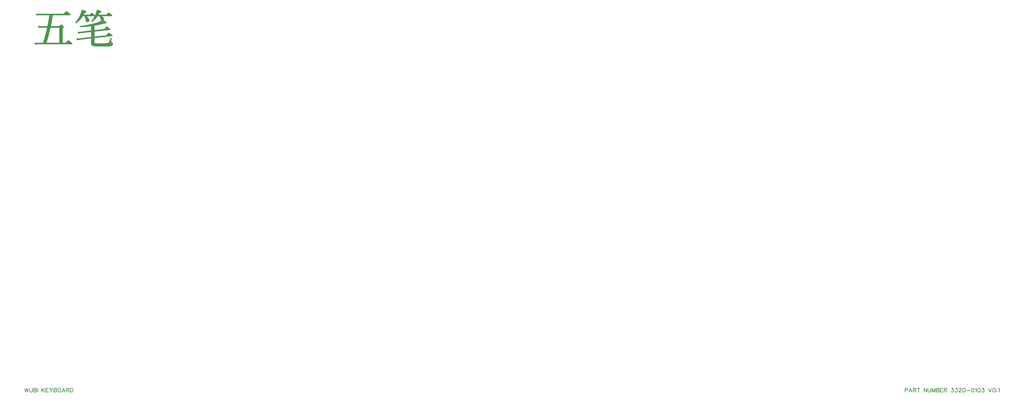
<source format=gto>
G04 Layer: TopSilkscreenLayer*
G04 EasyEDA v6.5.34, 2023-08-10 18:14:54*
G04 20bccd1edbbc44acb32006424f2ee6ce,5a6b42c53f6a479593ecc07194224c93,10*
G04 Gerber Generator version 0.2*
G04 Scale: 100 percent, Rotated: No, Reflected: No *
G04 Dimensions in millimeters *
G04 leading zeros omitted , absolute positions ,4 integer and 5 decimal *
%FSLAX45Y45*%
%MOMM*%

%ADD10C,0.1524*%

%LPD*%
G36*
X2059635Y10581589D02*
G01*
X2057400Y10579100D01*
X2055571Y10575899D01*
X2052980Y10566450D01*
X2050643Y10560862D01*
X2047697Y10555071D01*
X2045309Y10529976D01*
X2043125Y10527538D01*
X2042160Y10525861D01*
X2041093Y10523067D01*
X2037334Y10507675D01*
X2036114Y10504474D01*
X2033778Y10500309D01*
X2032711Y10497769D01*
X2030780Y10489285D01*
X2029917Y10486288D01*
X2028799Y10483443D01*
X2026310Y10478922D01*
X2024227Y10472877D01*
X2023110Y10466730D01*
X2022246Y10463885D01*
X2021128Y10461447D01*
X2018639Y10457738D01*
X2016556Y10453166D01*
X2015388Y10448696D01*
X2014474Y10446308D01*
X2013356Y10444124D01*
X2010968Y10440568D01*
X2009851Y10438282D01*
X2008936Y10435793D01*
X2007768Y10431018D01*
X2006955Y10428681D01*
X2005990Y10426649D01*
X2003806Y10423550D01*
X2001520Y10418521D01*
X1999792Y10412882D01*
X1997811Y10408158D01*
X1995982Y10405516D01*
X1993849Y10401300D01*
X1991969Y10396524D01*
X1989632Y10392105D01*
X1987550Y10389362D01*
X1985772Y10386263D01*
X1984552Y10383266D01*
X1982470Y10379659D01*
X1980031Y10376306D01*
X1978863Y10374223D01*
X1976882Y10368178D01*
X1974850Y10364368D01*
X1972360Y10361472D01*
X1971192Y10359745D01*
X1970278Y10357815D01*
X1969160Y10354259D01*
X1968296Y10352278D01*
X1967179Y10350398D01*
X1964740Y10347248D01*
X1962404Y10343184D01*
X1960829Y10339374D01*
X1958695Y10336123D01*
X1956562Y10334193D01*
X1955190Y10332313D01*
X1954682Y10330434D01*
X1952599Y10327335D01*
X1949551Y10323779D01*
X1948129Y10321747D01*
X1947062Y10319715D01*
X1945944Y10316362D01*
X1945030Y10314736D01*
X1943912Y10313314D01*
X1941474Y10311282D01*
X1939848Y10309301D01*
X1939239Y10307320D01*
X1936851Y10303510D01*
X1933346Y10299039D01*
X1930958Y10295128D01*
X1930298Y10292943D01*
X1928418Y10289997D01*
X1921052Y10281462D01*
X1907235Y10263479D01*
X1899666Y10254183D01*
X1889455Y10242702D01*
X1886051Y10238587D01*
X1882952Y10234015D01*
X1880514Y10229545D01*
X1879142Y10225786D01*
X1878177Y10221620D01*
X1888642Y10208768D01*
X1901139Y10208768D01*
X1905304Y10213035D01*
X1908352Y10215118D01*
X1911756Y10216692D01*
X1913026Y10218521D01*
X1915922Y10221010D01*
X1921611Y10224770D01*
X1924659Y10227056D01*
X1932533Y10234218D01*
X1936089Y10237114D01*
X1940407Y10239400D01*
X1942998Y10241534D01*
X1944928Y10244074D01*
X1946910Y10245750D01*
X1948738Y10246309D01*
X1951989Y10248392D01*
X1966264Y10261092D01*
X1974951Y10269169D01*
X1996744Y10290098D01*
X1999742Y10292638D01*
X2001875Y10293807D01*
X2003348Y10295432D01*
X2004822Y10297922D01*
X2005939Y10299242D01*
X2008479Y10301122D01*
X2009698Y10301782D01*
X2010664Y10302646D01*
X2011324Y10303560D01*
X2011883Y10305338D01*
X2013915Y10307777D01*
X2016912Y10310164D01*
X2018995Y10312450D01*
X2019554Y10314127D01*
X2021433Y10316718D01*
X2024583Y10319969D01*
X2029206Y10325303D01*
X2036165Y10333990D01*
X2042668Y10341051D01*
X2043430Y10342118D01*
X2043988Y10343591D01*
X2046071Y10346334D01*
X2051862Y10352481D01*
X2056485Y10358069D01*
X2058771Y10361980D01*
X2061616Y10365943D01*
X2064613Y10369651D01*
X2066543Y10372953D01*
X2067052Y10375036D01*
X2068677Y10377373D01*
X2071166Y10379710D01*
X2073656Y10383062D01*
X2075942Y10387533D01*
X2077770Y10389108D01*
X2079752Y10392105D01*
X2083612Y10399928D01*
X2087575Y10400741D01*
X2095957Y10401350D01*
X2108606Y10401503D01*
X2120747Y10401147D01*
X2125167Y10400792D01*
X2127605Y10400334D01*
X2129028Y10399572D01*
X2130145Y10398455D01*
X2131009Y10396982D01*
X2132076Y10393375D01*
X2134158Y10389717D01*
X2136749Y10386771D01*
X2137918Y10384790D01*
X2138883Y10382605D01*
X2140102Y10378338D01*
X2140966Y10376052D01*
X2144471Y10370210D01*
X2145639Y10367467D01*
X2146706Y10364216D01*
X2148230Y10357408D01*
X2150364Y10351262D01*
X2151430Y10349230D01*
X2154021Y10345623D01*
X2155444Y10329672D01*
X2156307Y10324846D01*
X2157425Y10320426D01*
X2158695Y10316718D01*
X2161590Y10309656D01*
X2163216Y10281615D01*
X2167585Y10272064D01*
X2169668Y10265613D01*
X2170887Y10260380D01*
X2171801Y10258094D01*
X2172919Y10256164D01*
X2176475Y10252303D01*
X2177135Y10251186D01*
X2177592Y10249560D01*
X2179116Y10247884D01*
X2181656Y10246360D01*
X2185009Y10243870D01*
X2190038Y10239298D01*
X2206650Y10238435D01*
X2217420Y10238587D01*
X2230424Y10239857D01*
X2234488Y10244124D01*
X2236825Y10245750D01*
X2237638Y10246004D01*
X2240788Y10247985D01*
X2245563Y10252456D01*
X2249982Y10257332D01*
X2251913Y10260533D01*
X2252675Y10262666D01*
X2256891Y10268915D01*
X2258263Y10274147D01*
X2258872Y10283190D01*
X2258974Y10321442D01*
X2254199Y10328757D01*
X2252929Y10331348D01*
X2251964Y10333939D01*
X2250795Y10338206D01*
X2249881Y10340441D01*
X2247392Y10344251D01*
X2245156Y10347147D01*
X2244445Y10348417D01*
X2243836Y10350398D01*
X2241448Y10353802D01*
X2237943Y10357815D01*
X2235555Y10361320D01*
X2234946Y10363301D01*
X2234285Y10364165D01*
X2229713Y10367314D01*
X2229053Y10368229D01*
X2228494Y10369854D01*
X2227681Y10370921D01*
X2223414Y10374020D01*
X2220671Y10376763D01*
X2219248Y10379202D01*
X2217724Y10380726D01*
X2216048Y10381335D01*
X2212797Y10383723D01*
X2205736Y10390530D01*
X2202180Y10393629D01*
X2199284Y10395559D01*
X2194864Y10397591D01*
X2193340Y10398506D01*
X2193137Y10398861D01*
X2193340Y10399217D01*
X2195423Y10399776D01*
X2200046Y10400233D01*
X2219147Y10400842D01*
X2373884Y10402265D01*
X2397709Y10402722D01*
X2400350Y10403433D01*
X2400808Y10399776D01*
X2400808Y10398048D01*
X2400401Y10396321D01*
X2399690Y10394746D01*
X2397404Y10391800D01*
X2394915Y10387228D01*
X2392984Y10382402D01*
X2390597Y10377982D01*
X2388463Y10375188D01*
X2386685Y10371734D01*
X2385466Y10368229D01*
X2383028Y10363911D01*
X2378964Y10358272D01*
X2378151Y10356545D01*
X2377694Y10354208D01*
X2376322Y10351922D01*
X2374188Y10349941D01*
X2371699Y10346334D01*
X2369616Y10342016D01*
X2366873Y10337393D01*
X2364333Y10334040D01*
X2362708Y10331399D01*
X2362149Y10329722D01*
X2360066Y10326674D01*
X2357069Y10322966D01*
X2355850Y10321036D01*
X2355037Y10319308D01*
X2354478Y10316819D01*
X2352751Y10314381D01*
X2350262Y10312400D01*
X2348585Y10310317D01*
X2348026Y10308437D01*
X2345944Y10305338D01*
X2342946Y10301986D01*
X2340914Y10299242D01*
X2340254Y10297718D01*
X2337968Y10294569D01*
X2334514Y10290505D01*
X2331720Y10286390D01*
X2330551Y10283748D01*
X2329840Y10282834D01*
X2329027Y10282224D01*
X2327402Y10281716D01*
X2326487Y10280904D01*
X2325674Y10279684D01*
X2324252Y10276636D01*
X2323236Y10275011D01*
X2322017Y10273588D01*
X2319528Y10271353D01*
X2318258Y10269575D01*
X2317140Y10267391D01*
X2316276Y10265054D01*
X2314752Y10259517D01*
X2316022Y10253878D01*
X2317343Y10249509D01*
X2319477Y10247122D01*
X2323439Y10246258D01*
X2330145Y10246309D01*
X2339594Y10246715D01*
X2343607Y10251592D01*
X2345893Y10253472D01*
X2347518Y10254030D01*
X2349804Y10256012D01*
X2352344Y10259009D01*
X2353868Y10260380D01*
X2355443Y10261396D01*
X2358034Y10262412D01*
X2359660Y10263479D01*
X2360320Y10264749D01*
X2363216Y10267238D01*
X2369159Y10271150D01*
X2372410Y10273639D01*
X2380538Y10281310D01*
X2384247Y10284510D01*
X2385720Y10285476D01*
X2387396Y10286085D01*
X2388920Y10287711D01*
X2390394Y10290251D01*
X2392730Y10292588D01*
X2395169Y10294061D01*
X2397150Y10296093D01*
X2398268Y10298226D01*
X2400300Y10300258D01*
X2402840Y10301782D01*
X2404922Y10303916D01*
X2405938Y10306100D01*
X2407259Y10307472D01*
X2408885Y10308031D01*
X2411831Y10310266D01*
X2419959Y10318445D01*
X2436774Y10336733D01*
X2457551Y10360863D01*
X2459786Y10364216D01*
X2460396Y10365943D01*
X2462072Y10367924D01*
X2464612Y10369854D01*
X2466746Y10372445D01*
X2467914Y10374985D01*
X2470200Y10378236D01*
X2474722Y10383316D01*
X2478227Y10387838D01*
X2481376Y10392511D01*
X2483713Y10396474D01*
X2485796Y10399014D01*
X2489962Y10400487D01*
X2497988Y10401147D01*
X2531719Y10401503D01*
X2537409Y10395915D01*
X2540558Y10391902D01*
X2542540Y10388650D01*
X2544521Y10386263D01*
X2546146Y10385145D01*
X2547620Y10382859D01*
X2548636Y10379760D01*
X2550515Y10376357D01*
X2552700Y10373410D01*
X2554986Y10368381D01*
X2556764Y10362692D01*
X2557830Y10359948D01*
X2558999Y10357662D01*
X2561234Y10354259D01*
X2562250Y10351516D01*
X2563164Y10348010D01*
X2564638Y10340086D01*
X2565501Y10336580D01*
X2566466Y10333837D01*
X2568346Y10330484D01*
X2570276Y10323830D01*
X2571953Y10315041D01*
X2573020Y10311180D01*
X2574188Y10308082D01*
X2576576Y10304272D01*
X2578506Y10300360D01*
X2579624Y10296956D01*
X2580538Y10295280D01*
X2581706Y10293807D01*
X2585161Y10290759D01*
X2585821Y10289692D01*
X2586380Y10287965D01*
X2587193Y10287050D01*
X2589936Y10285476D01*
X2592679Y10284206D01*
X2593594Y10283139D01*
X2592781Y10282224D01*
X2588463Y10280853D01*
X2584958Y10279024D01*
X2582011Y10276738D01*
X2577287Y10274350D01*
X2572258Y10272572D01*
X2567736Y10270337D01*
X2564739Y10268254D01*
X2562707Y10267289D01*
X2560370Y10266476D01*
X2555595Y10265359D01*
X2553258Y10264495D01*
X2551226Y10263479D01*
X2548280Y10261295D01*
X2546197Y10260177D01*
X2543759Y10259263D01*
X2538628Y10257993D01*
X2533091Y10255758D01*
X2528722Y10253218D01*
X2523540Y10251135D01*
X2518816Y10249966D01*
X2513685Y10247934D01*
X2509266Y10245496D01*
X2506472Y10244328D01*
X2503474Y10243413D01*
X2497785Y10242245D01*
X2494737Y10241330D01*
X2491943Y10240213D01*
X2487422Y10237774D01*
X2484628Y10236606D01*
X2481630Y10235692D01*
X2475839Y10234574D01*
X2469692Y10232542D01*
X2464612Y10230104D01*
X2461310Y10228986D01*
X2457754Y10228072D01*
X2450795Y10226954D01*
X2447493Y10226090D01*
X2444546Y10224922D01*
X2439670Y10222230D01*
X2436672Y10221112D01*
X2433218Y10220299D01*
X2425547Y10219182D01*
X2421686Y10218267D01*
X2418080Y10217150D01*
X2412136Y10214660D01*
X2408478Y10213543D01*
X2400350Y10212070D01*
X2396185Y10211511D01*
X2392375Y10210647D01*
X2389022Y10209530D01*
X2383434Y10206888D01*
X2380132Y10205821D01*
X2376373Y10205008D01*
X2368194Y10203891D01*
X2364028Y10203027D01*
X2360066Y10201808D01*
X2353614Y10199166D01*
X2347671Y10197439D01*
X2339136Y10196728D01*
X2332583Y10195661D01*
X2327046Y10194188D01*
X2323744Y10192562D01*
X2321407Y10190429D01*
X2296261Y10188041D01*
X2283409Y10181945D01*
X2260244Y10180320D01*
X2253589Y10177170D01*
X2250541Y10175951D01*
X2247239Y10174935D01*
X2244090Y10174274D01*
X2233828Y10173563D01*
X2225954Y10172496D01*
X2218893Y10170922D01*
X2213762Y10169042D01*
X2208834Y10166604D01*
X2190953Y10165334D01*
X2181352Y10163810D01*
X2178253Y10162997D01*
X2172157Y10160914D01*
X2166213Y10159492D01*
X2158949Y10158425D01*
X2142337Y10156850D01*
X2136597Y10155986D01*
X2131974Y10154920D01*
X2128520Y10153751D01*
X2122728Y10151211D01*
X2098497Y10149738D01*
X2091436Y10148824D01*
X2085289Y10147452D01*
X2078380Y10145268D01*
X2074875Y10144404D01*
X2063242Y10142778D01*
X2040483Y10141204D01*
X2035962Y10138867D01*
X2033320Y10137902D01*
X2029460Y10136936D01*
X2024786Y10136073D01*
X2008378Y10134346D01*
X2001266Y10126472D01*
X2001266Y10120630D01*
X2001621Y10115854D01*
X2002688Y10112502D01*
X2004720Y10110216D01*
X2007870Y10108641D01*
X2010308Y10108133D01*
X2019604Y10107523D01*
X2033371Y10107320D01*
X2049983Y10107472D01*
X2067814Y10108031D01*
X2085187Y10108844D01*
X2100427Y10109860D01*
X2111857Y10111130D01*
X2118207Y10112248D01*
X2126234Y10113111D01*
X2138019Y10113924D01*
X2192985Y10116362D01*
X2199640Y10116870D01*
X2205177Y10117531D01*
X2214778Y10119410D01*
X2219756Y10120731D01*
X2227783Y10122052D01*
X2232609Y10122509D01*
X2243937Y10122763D01*
X2258517Y10123525D01*
X2272284Y10124897D01*
X2282342Y10126472D01*
X2287727Y10128097D01*
X2295144Y10129570D01*
X2308504Y10130739D01*
X2307844Y10012781D01*
X2257704Y10009835D01*
X2246122Y10005517D01*
X2213254Y10003790D01*
X2200859Y10002875D01*
X2190953Y10001554D01*
X2175459Y9998252D01*
X2165400Y9997084D01*
X2130552Y9995001D01*
X2123186Y9994188D01*
X2118258Y9993376D01*
X2108403Y9991242D01*
X2098903Y9989820D01*
X2087473Y9988753D01*
X2047951Y9986619D01*
X2037892Y9982047D01*
X1951532Y9980625D01*
X1949602Y9978999D01*
X1947164Y9974884D01*
X1946554Y9969042D01*
X1947672Y9962845D01*
X1950516Y9957663D01*
X1951736Y9955834D01*
X1952853Y9953498D01*
X1953768Y9950907D01*
X1954885Y9945674D01*
X1955749Y9943338D01*
X1956917Y9941356D01*
X1959508Y9938664D01*
X1961184Y9936327D01*
X1961692Y9934651D01*
X1963369Y9932670D01*
X1967687Y9929672D01*
X1973884Y9930536D01*
X1979777Y9932009D01*
X1982724Y9933127D01*
X1990343Y9937242D01*
X2006955Y9938715D01*
X2012188Y9939528D01*
X2020570Y9941560D01*
X2027631Y9944100D01*
X2073554Y9946894D01*
X2083257Y9947960D01*
X2089505Y9949230D01*
X2095652Y9950856D01*
X2101850Y9951669D01*
X2110130Y9952431D01*
X2145182Y9954514D01*
X2154834Y9955580D01*
X2160981Y9956952D01*
X2167737Y9959695D01*
X2202281Y9961372D01*
X2215184Y9962286D01*
X2225344Y9963556D01*
X2235301Y9965537D01*
X2240991Y9966909D01*
X2244750Y9967468D01*
X2259482Y9968534D01*
X2277973Y9969449D01*
X2294229Y9970770D01*
X2299106Y9971481D01*
X2307082Y9973106D01*
X2307793Y9971278D01*
X2308250Y9956800D01*
X2308453Y9924491D01*
X2308301Y9877348D01*
X2307894Y9848799D01*
X2307488Y9840518D01*
X2304592Y9838334D01*
X2299157Y9836708D01*
X2290419Y9835540D01*
X2253183Y9833203D01*
X2243531Y9832136D01*
X2237435Y9830816D01*
X2235200Y9830003D01*
X2231898Y9829139D01*
X2226411Y9828276D01*
X2218893Y9827564D01*
X2184654Y9825431D01*
X2175002Y9824262D01*
X2171344Y9823602D01*
X2161438Y9820706D01*
X2157272Y9819944D01*
X2152599Y9819487D01*
X2140508Y9819182D01*
X2126030Y9818420D01*
X2112924Y9817150D01*
X2103374Y9815576D01*
X2100630Y9814763D01*
X2095754Y9812629D01*
X2062683Y9811004D01*
X2049830Y9809988D01*
X2039620Y9808616D01*
X2030120Y9806635D01*
X2025040Y9805314D01*
X2019350Y9804704D01*
X1990801Y9803536D01*
X1920951Y9802266D01*
X1918309Y9799980D01*
X1916379Y9796932D01*
X1913788Y9790938D01*
X1916125Y9779762D01*
X1917242Y9776561D01*
X1918563Y9773818D01*
X1921052Y9770262D01*
X1922627Y9767417D01*
X1923389Y9762540D01*
X1924710Y9758832D01*
X1926539Y9755835D01*
X1928723Y9754006D01*
X1936546Y9752584D01*
X1947316Y9752838D01*
X1957679Y9754514D01*
X1964232Y9757206D01*
X1966569Y9759289D01*
X2007362Y9762540D01*
X2016048Y9767112D01*
X2049729Y9768636D01*
X2062175Y9769500D01*
X2072030Y9770821D01*
X2087372Y9774377D01*
X2093671Y9775240D01*
X2116328Y9776104D01*
X2130856Y9777222D01*
X2143201Y9778746D01*
X2147620Y9779609D01*
X2153767Y9781336D01*
X2159355Y9782149D01*
X2167229Y9782860D01*
X2201875Y9784892D01*
X2211425Y9785959D01*
X2217521Y9787280D01*
X2219756Y9788144D01*
X2223109Y9789007D01*
X2228697Y9789820D01*
X2246122Y9791141D01*
X2264308Y9792157D01*
X2276500Y9793173D01*
X2284222Y9794290D01*
X2286965Y9794951D01*
X2291435Y9796526D01*
X2297785Y9797897D01*
X2308453Y9799167D01*
X2308707Y9683546D01*
X2309063Y9665106D01*
X2309723Y9653320D01*
X2310180Y9649307D01*
X2310790Y9646310D01*
X2311501Y9644024D01*
X2312365Y9642246D01*
X2314498Y9639046D01*
X2315972Y9635744D01*
X2316530Y9633051D01*
X2318867Y9628936D01*
X2322372Y9624415D01*
X2325116Y9620453D01*
X2325776Y9619132D01*
X2327351Y9617100D01*
X2330805Y9614306D01*
X2335885Y9610852D01*
X2343912Y9606026D01*
X2350312Y9601250D01*
X2352446Y9600234D01*
X2354884Y9599371D01*
X2359964Y9598253D01*
X2365756Y9596221D01*
X2373376Y9592056D01*
X2392527Y9590125D01*
X2402433Y9588246D01*
X2405481Y9587280D01*
X2410663Y9585096D01*
X2447391Y9583470D01*
X2490876Y9582353D01*
X2572512Y9581591D01*
X2667355Y9581946D01*
X2720949Y9582759D01*
X2765450Y9584029D01*
X2796387Y9585198D01*
X2801467Y9587331D01*
X2804718Y9588296D01*
X2809697Y9589262D01*
X2815945Y9590074D01*
X2834132Y9591598D01*
X2840786Y9592462D01*
X2844596Y9593580D01*
X2848508Y9596018D01*
X2853639Y9597694D01*
X2860040Y9599168D01*
X2863443Y9600234D01*
X2866491Y9601504D01*
X2870860Y9604044D01*
X2875178Y9606127D01*
X2878480Y9607245D01*
X2881579Y9609175D01*
X2883814Y9611512D01*
X2886354Y9613696D01*
X2888589Y9615220D01*
X2890621Y9617405D01*
X2891993Y9619691D01*
X2892958Y9620859D01*
X2896616Y9623450D01*
X2897733Y9625025D01*
X2898749Y9627209D01*
X2900375Y9632594D01*
X2902356Y9637166D01*
X2903321Y9638588D01*
X2905455Y9640976D01*
X2905455Y9663277D01*
X2901543Y9668510D01*
X2899562Y9672472D01*
X2898444Y9675926D01*
X2897632Y9677349D01*
X2896514Y9678517D01*
X2894025Y9679889D01*
X2891332Y9682276D01*
X2888081Y9686950D01*
X2880766Y9688271D01*
X2877210Y9689795D01*
X2872790Y9693910D01*
X2868218Y9696907D01*
X2863697Y9713722D01*
X2863799Y9738918D01*
X2864612Y9763201D01*
X2866745Y9804908D01*
X2855722Y9818370D01*
X2851200Y9817608D01*
X2847441Y9816541D01*
X2844444Y9814712D01*
X2842158Y9811969D01*
X2839872Y9806584D01*
X2838602Y9804247D01*
X2836773Y9802876D01*
X2835452Y9800031D01*
X2834284Y9795865D01*
X2832862Y9787788D01*
X2831947Y9784638D01*
X2830779Y9781794D01*
X2828290Y9777171D01*
X2827121Y9774377D01*
X2826207Y9771380D01*
X2825089Y9765690D01*
X2824226Y9762693D01*
X2823057Y9759899D01*
X2820619Y9755479D01*
X2819450Y9752888D01*
X2818536Y9750196D01*
X2817469Y9745370D01*
X2815691Y9740950D01*
X2813558Y9737801D01*
X2811221Y9732772D01*
X2809341Y9727184D01*
X2808224Y9724593D01*
X2807004Y9722459D01*
X2804871Y9719919D01*
X2803144Y9716820D01*
X2802077Y9713569D01*
X2801010Y9711486D01*
X2795422Y9704070D01*
X2792628Y9699345D01*
X2788513Y9695180D01*
X2783332Y9690658D01*
X2776626Y9685883D01*
X2774086Y9683699D01*
X2773172Y9682429D01*
X2769209Y9680702D01*
X2763316Y9678822D01*
X2758338Y9676841D01*
X2754426Y9674453D01*
X2749651Y9673386D01*
X2740710Y9672472D01*
X2709976Y9670389D01*
X2690571Y9668510D01*
X2671572Y9665970D01*
X2492908Y9665766D01*
X2473248Y9668306D01*
X2434031Y9672472D01*
X2426766Y9673437D01*
X2422245Y9674352D01*
X2420569Y9675215D01*
X2420010Y9675977D01*
X2417216Y9678111D01*
X2413304Y9680295D01*
X2409444Y9683089D01*
X2405481Y9687255D01*
X2404719Y9805416D01*
X2406243Y9807244D01*
X2407107Y9807956D01*
X2409901Y9808921D01*
X2413304Y9809226D01*
X2417876Y9810343D01*
X2424785Y9813188D01*
X2456230Y9814814D01*
X2469743Y9815779D01*
X2480106Y9817049D01*
X2488742Y9818725D01*
X2492908Y9819792D01*
X2497124Y9820554D01*
X2512212Y9821926D01*
X2528112Y9822738D01*
X2539441Y9823551D01*
X2548890Y9824821D01*
X2566365Y9828733D01*
X2574290Y9829495D01*
X2585313Y9829749D01*
X2599893Y9830562D01*
X2613761Y9832035D01*
X2624836Y9833813D01*
X2632608Y9835845D01*
X2637028Y9836658D01*
X2641701Y9837166D01*
X2653741Y9837521D01*
X2668828Y9838283D01*
X2682392Y9839553D01*
X2687878Y9840264D01*
X2692146Y9841077D01*
X2694889Y9841890D01*
X2699816Y9844024D01*
X2731414Y9845598D01*
X2745943Y9846564D01*
X2755290Y9847630D01*
X2761183Y9848951D01*
X2766771Y9850678D01*
X2772257Y9851491D01*
X2779928Y9852202D01*
X2813862Y9854285D01*
X2823565Y9855352D01*
X2831134Y9856927D01*
X2839567Y9859060D01*
X2844647Y9859873D01*
X2850134Y9860330D01*
X2866694Y9860889D01*
X2874518Y9861804D01*
X2880055Y9863429D01*
X2884068Y9865918D01*
X2887370Y9868408D01*
X2889707Y9869779D01*
X2891332Y9870338D01*
X2891332Y9888677D01*
X2882036Y9897872D01*
X2876042Y9902494D01*
X2871774Y9904780D01*
X2870250Y9905796D01*
X2869234Y9906812D01*
X2868574Y9908438D01*
X2867863Y9909251D01*
X2861767Y9912705D01*
X2855823Y9917277D01*
X2852420Y9919309D01*
X2850184Y9919868D01*
X2846730Y9921951D01*
X2843072Y9924948D01*
X2839974Y9926980D01*
X2838297Y9927539D01*
X2835960Y9929215D01*
X2833319Y9931755D01*
X2829814Y9933889D01*
X2826512Y9935057D01*
X2823006Y9937089D01*
X2820060Y9939629D01*
X2815742Y9941966D01*
X2811424Y9943439D01*
X2808274Y9945116D01*
X2807614Y9945928D01*
X2803652Y9948570D01*
X2795676Y9950500D01*
X2786126Y9951313D01*
X2777591Y9950602D01*
X2771800Y9949332D01*
X2760726Y9937038D01*
X2756408Y9931603D01*
X2755493Y9929622D01*
X2753766Y9927691D01*
X2751277Y9925812D01*
X2749550Y9923729D01*
X2748940Y9921798D01*
X2746552Y9917938D01*
X2743047Y9913518D01*
X2740660Y9909759D01*
X2739999Y9907778D01*
X2737967Y9904780D01*
X2734970Y9901377D01*
X2732887Y9898481D01*
X2732278Y9896703D01*
X2729941Y9893706D01*
X2723845Y9887864D01*
X2708300Y9886543D01*
X2698242Y9884714D01*
X2690063Y9882479D01*
X2685542Y9881666D01*
X2680716Y9881209D01*
X2669184Y9880904D01*
X2655773Y9880142D01*
X2643276Y9878822D01*
X2634030Y9877247D01*
X2631338Y9876383D01*
X2626563Y9874351D01*
X2595727Y9872726D01*
X2582265Y9871811D01*
X2573578Y9870795D01*
X2567838Y9869424D01*
X2562199Y9867646D01*
X2556662Y9866833D01*
X2549144Y9866122D01*
X2515870Y9864039D01*
X2506726Y9863023D01*
X2503474Y9862413D01*
X2495346Y9859975D01*
X2489708Y9859111D01*
X2456688Y9856825D01*
X2445867Y9855809D01*
X2437180Y9854336D01*
X2424633Y9851390D01*
X2420518Y9850780D01*
X2412949Y9850424D01*
X2405481Y9850831D01*
X2405126Y9925151D01*
X2405278Y9968484D01*
X2405837Y9982758D01*
X2407564Y9983266D01*
X2417114Y9984486D01*
X2430983Y9985705D01*
X2437384Y9986568D01*
X2442413Y9987483D01*
X2445613Y9988397D01*
X2450490Y9990480D01*
X2485034Y9992410D01*
X2502509Y9994087D01*
X2522270Y9997795D01*
X2532278Y9999014D01*
X2545130Y9999929D01*
X2576423Y10001554D01*
X2586736Y10005974D01*
X2618892Y10007600D01*
X2631389Y10008616D01*
X2641447Y10009936D01*
X2658922Y10013797D01*
X2666847Y10014559D01*
X2677668Y10014762D01*
X2692095Y10015626D01*
X2705608Y10016947D01*
X2715564Y10018572D01*
X2718308Y10019385D01*
X2722981Y10021366D01*
X2754325Y10022992D01*
X2767330Y10023957D01*
X2777236Y10025227D01*
X2785922Y10027005D01*
X2793949Y10028936D01*
X2803194Y10029952D01*
X2816656Y10030460D01*
X2823108Y10031526D01*
X2827985Y10033558D01*
X2832100Y10036810D01*
X2836722Y10041280D01*
X2836722Y10054742D01*
X2830118Y10062616D01*
X2828239Y10064445D01*
X2826664Y10065664D01*
X2824784Y10066324D01*
X2823057Y10068052D01*
X2821635Y10070541D01*
X2819908Y10072268D01*
X2818180Y10072776D01*
X2815742Y10074351D01*
X2813050Y10076891D01*
X2809138Y10079736D01*
X2805125Y10082022D01*
X2800807Y10084816D01*
X2797454Y10087356D01*
X2794558Y10088981D01*
X2792831Y10089438D01*
X2791155Y10090708D01*
X2789529Y10092842D01*
X2785719Y10095331D01*
X2780944Y10097414D01*
X2778810Y10098633D01*
X2777185Y10099852D01*
X2775508Y10101834D01*
X2774289Y10102748D01*
X2772867Y10103459D01*
X2769666Y10104526D01*
X2766161Y10106609D01*
X2763316Y10109149D01*
X2761538Y10110317D01*
X2759608Y10111232D01*
X2756052Y10112400D01*
X2754122Y10113264D01*
X2747721Y10117683D01*
X2743301Y10119156D01*
X2738120Y10119969D01*
X2732735Y10120172D01*
X2727502Y10119766D01*
X2722981Y10118750D01*
X2719578Y10117124D01*
X2717292Y10113975D01*
X2715310Y10112044D01*
X2712821Y10110622D01*
X2710738Y10108488D01*
X2709621Y10106253D01*
X2707487Y10103815D01*
X2704998Y10101884D01*
X2703271Y10099802D01*
X2702712Y10097820D01*
X2700274Y10094010D01*
X2696819Y10089591D01*
X2694381Y10085933D01*
X2693822Y10084206D01*
X2692450Y10082072D01*
X2688437Y10077500D01*
X2685338Y10073284D01*
X2682392Y10068661D01*
X2677312Y10058603D01*
X2661005Y10055860D01*
X2655163Y10054386D01*
X2652928Y10053574D01*
X2649423Y10052659D01*
X2643428Y10051846D01*
X2604312Y10049002D01*
X2596388Y10048138D01*
X2591206Y10047274D01*
X2581452Y10045242D01*
X2572054Y10043820D01*
X2560980Y10042753D01*
X2523388Y10040569D01*
X2513482Y10036251D01*
X2481783Y10034676D01*
X2467559Y10033558D01*
X2457043Y10032238D01*
X2453132Y10031526D01*
X2450185Y10030714D01*
X2448052Y10029850D01*
X2445613Y10029291D01*
X2434488Y10028072D01*
X2420162Y10027158D01*
X2408986Y10026954D01*
X2406497Y10027208D01*
X2404872Y10027818D01*
X2404872Y10144556D01*
X2406446Y10145166D01*
X2410815Y10145928D01*
X2423718Y10147604D01*
X2432608Y10149586D01*
X2439060Y10151821D01*
X2443378Y10152735D01*
X2448610Y10153497D01*
X2467965Y10154767D01*
X2475280Y10157866D01*
X2479141Y10159187D01*
X2483612Y10160355D01*
X2488590Y10161219D01*
X2498902Y10162336D01*
X2503373Y10163149D01*
X2507081Y10164114D01*
X2512771Y10166400D01*
X2516733Y10167416D01*
X2521559Y10168331D01*
X2532430Y10169753D01*
X2537307Y10170668D01*
X2541320Y10171734D01*
X2547264Y10174122D01*
X2556357Y10176408D01*
X2566619Y10178084D01*
X2570835Y10178999D01*
X2573934Y10180015D01*
X2577388Y10182047D01*
X2580081Y10182961D01*
X2583535Y10183774D01*
X2595219Y10185450D01*
X2600248Y10186416D01*
X2603398Y10187533D01*
X2607056Y10189819D01*
X2612847Y10191546D01*
X2620213Y10192918D01*
X2623769Y10193883D01*
X2626817Y10195001D01*
X2631084Y10197236D01*
X2634132Y10198354D01*
X2637739Y10199268D01*
X2645918Y10200640D01*
X2649575Y10201554D01*
X2652572Y10202672D01*
X2654858Y10203942D01*
X2658719Y10206736D01*
X2674112Y10207701D01*
X2681782Y10205008D01*
X2685694Y10203840D01*
X2689809Y10203027D01*
X2694127Y10202519D01*
X2698496Y10202316D01*
X2707538Y10202316D01*
X2713075Y10205872D01*
X2716428Y10207244D01*
X2718917Y10207802D01*
X2720594Y10208717D01*
X2724404Y10211816D01*
X2728772Y10216184D01*
X2728772Y10229443D01*
X2724302Y10233660D01*
X2722575Y10236047D01*
X2722321Y10236809D01*
X2720441Y10239857D01*
X2716123Y10244683D01*
X2711500Y10249204D01*
X2708554Y10251135D01*
X2707894Y10251338D01*
X2706674Y10252710D01*
X2705709Y10254843D01*
X2703779Y10257028D01*
X2701290Y10258602D01*
X2698089Y10261092D01*
X2691942Y10266578D01*
X2687116Y10270439D01*
X2682951Y10273233D01*
X2679598Y10274554D01*
X2677566Y10276179D01*
X2675534Y10278719D01*
X2674112Y10279989D01*
X2672435Y10281107D01*
X2669387Y10282428D01*
X2667355Y10283850D01*
X2666542Y10285272D01*
X2663240Y10287660D01*
X2660802Y10288981D01*
X2655671Y10292486D01*
X2653030Y10296448D01*
X2652979Y10300817D01*
X2657906Y10310266D01*
X2659583Y10317073D01*
X2660345Y10325455D01*
X2660142Y10334853D01*
X2659380Y10345978D01*
X2652725Y10358780D01*
X2650744Y10361980D01*
X2648966Y10364368D01*
X2646680Y10366248D01*
X2645410Y10367924D01*
X2645206Y10368737D01*
X2643479Y10371734D01*
X2639517Y10376255D01*
X2635199Y10380421D01*
X2630474Y10383266D01*
X2622550Y10390022D01*
X2617368Y10393832D01*
X2612948Y10396626D01*
X2608732Y10397998D01*
X2607462Y10398810D01*
X2606700Y10399776D01*
X2606903Y10400538D01*
X2697124Y10401300D01*
X2869692Y10402163D01*
X2875381Y10406024D01*
X2881376Y10412120D01*
X2884068Y10419486D01*
X2883408Y10427157D01*
X2879191Y10434116D01*
X2866847Y10446664D01*
X2858363Y10454640D01*
X2846984Y10463784D01*
X2843428Y10466222D01*
X2840786Y10467390D01*
X2837942Y10469473D01*
X2827578Y10479278D01*
X2825089Y10480954D01*
X2823260Y10481564D01*
X2819654Y10483951D01*
X2815234Y10487456D01*
X2811475Y10489844D01*
X2809595Y10490454D01*
X2808630Y10491063D01*
X2805582Y10494467D01*
X2803753Y10495737D01*
X2801569Y10496905D01*
X2796895Y10498582D01*
X2792628Y10500614D01*
X2789885Y10502442D01*
X2788056Y10503103D01*
X2785821Y10503458D01*
X2777794Y10503458D01*
X2772003Y10498734D01*
X2768854Y10496905D01*
X2766974Y10496346D01*
X2766060Y10495686D01*
X2765196Y10494670D01*
X2763824Y10492181D01*
X2762351Y10490454D01*
X2761691Y10490200D01*
X2758897Y10488218D01*
X2754274Y10483799D01*
X2749956Y10479074D01*
X2747772Y10475722D01*
X2746044Y10474350D01*
X2743555Y10473029D01*
X2741879Y10471454D01*
X2741269Y10469778D01*
X2739034Y10466832D01*
X2728569Y10455757D01*
X2716834Y10442600D01*
X2571343Y10443159D01*
X2534564Y10443616D01*
X2524404Y10444022D01*
X2518562Y10444632D01*
X2516987Y10444988D01*
X2516124Y10445394D01*
X2515920Y10445851D01*
X2516225Y10446410D01*
X2517952Y10448086D01*
X2520289Y10451947D01*
X2522372Y10456621D01*
X2524760Y10460532D01*
X2526741Y10462514D01*
X2527655Y10463885D01*
X2530398Y10470896D01*
X2531516Y10472877D01*
X2534005Y10476280D01*
X2536139Y10480192D01*
X2537358Y10483697D01*
X2539746Y10487914D01*
X2542641Y10491571D01*
X2544978Y10495178D01*
X2545537Y10496499D01*
X2546654Y10498226D01*
X2549296Y10499394D01*
X2554528Y10500207D01*
X2572054Y10501680D01*
X2580386Y10507065D01*
X2585821Y10510926D01*
X2588869Y10514533D01*
X2590241Y10519054D01*
X2590596Y10532414D01*
X2581960Y10540593D01*
X2577896Y10543692D01*
X2576017Y10544403D01*
X2573731Y10545775D01*
X2570886Y10547959D01*
X2568600Y10549178D01*
X2557576Y10553192D01*
X2555087Y10554360D01*
X2551430Y10556646D01*
X2548839Y10557662D01*
X2545842Y10558475D01*
X2539339Y10559542D01*
X2536088Y10560456D01*
X2533192Y10561574D01*
X2528265Y10564215D01*
X2525014Y10565434D01*
X2521153Y10566400D01*
X2513025Y10567720D01*
X2507589Y10569041D01*
X2506522Y10569600D01*
X2504694Y10571327D01*
X2501595Y10572699D01*
X2497328Y10573766D01*
X2488387Y10574985D01*
X2485136Y10575747D01*
X2482392Y10576712D01*
X2480310Y10577779D01*
X2476754Y10580319D01*
X2465933Y10574324D01*
X2464358Y10569854D01*
X2463292Y10564774D01*
X2462784Y10558830D01*
X2462682Y10552226D01*
X2457246Y10545318D01*
X2454859Y10528960D01*
X2453894Y10524744D01*
X2452725Y10521442D01*
X2450287Y10516971D01*
X2449118Y10514177D01*
X2448102Y10510977D01*
X2446680Y10504627D01*
X2444597Y10498886D01*
X2442413Y10495280D01*
X2441397Y10492892D01*
X2440584Y10490200D01*
X2439517Y10484764D01*
X2438603Y10481868D01*
X2437434Y10479227D01*
X2434945Y10475061D01*
X2432913Y10469626D01*
X2431796Y10464088D01*
X2430983Y10461650D01*
X2429865Y10459567D01*
X2427224Y10456418D01*
X2426106Y10454386D01*
X2425242Y10452049D01*
X2424125Y10447172D01*
X2423261Y10444683D01*
X2422144Y10442498D01*
X2419705Y10439146D01*
X2418537Y10436961D01*
X2417622Y10434523D01*
X2415540Y10425582D01*
X2413812Y10425379D01*
X2411069Y10427004D01*
X2408224Y10429798D01*
X2404364Y10436047D01*
X2400452Y10440670D01*
X2389124Y10452100D01*
X2383028Y10457738D01*
X2377440Y10462514D01*
X2373071Y10465816D01*
X2369718Y10467289D01*
X2368194Y10469016D01*
X2366873Y10471556D01*
X2365806Y10472724D01*
X2364536Y10473639D01*
X2361895Y10474706D01*
X2360726Y10475417D01*
X2359812Y10476331D01*
X2358644Y10478262D01*
X2357475Y10479430D01*
X2355900Y10480598D01*
X2352344Y10482529D01*
X2349957Y10484408D01*
X2349093Y10485831D01*
X2347823Y10486847D01*
X2338273Y10491774D01*
X2332634Y10495280D01*
X2330500Y10495991D01*
X2328062Y10496448D01*
X2319324Y10496600D01*
X2312263Y10492181D01*
X2306218Y10487660D01*
X2298649Y10480903D01*
X2290622Y10472978D01*
X2283155Y10464800D01*
X2273503Y10453217D01*
X2268524Y10446207D01*
X2267661Y10445394D01*
X2266289Y10444734D01*
X2264105Y10444226D01*
X2256485Y10443464D01*
X2242667Y10443057D01*
X2188210Y10442752D01*
X2114905Y10442651D01*
X2113483Y10444073D01*
X2112721Y10446258D01*
X2113229Y10449458D01*
X2114702Y10452658D01*
X2117902Y10456113D01*
X2118918Y10457688D01*
X2119731Y10459516D01*
X2120849Y10463479D01*
X2122881Y10467797D01*
X2125421Y10471353D01*
X2126640Y10473690D01*
X2129688Y10482834D01*
X2130399Y10484205D01*
X2131822Y10485424D01*
X2133904Y10488320D01*
X2136140Y10492282D01*
X2137410Y10493857D01*
X2138578Y10494924D01*
X2143150Y10496550D01*
X2146300Y10498175D01*
X2152243Y10499953D01*
X2159050Y10501274D01*
X2162200Y10502188D01*
X2164791Y10503204D01*
X2177745Y10512653D01*
X2180183Y10516158D01*
X2181453Y10520476D01*
X2181707Y10526217D01*
X2181606Y10533583D01*
X2175560Y10540949D01*
X2172360Y10543743D01*
X2170480Y10544403D01*
X2168093Y10546130D01*
X2165350Y10548772D01*
X2163368Y10549890D01*
X2161082Y10550804D01*
X2155952Y10551922D01*
X2153412Y10552836D01*
X2151075Y10553954D01*
X2149246Y10555173D01*
X2145741Y10558119D01*
X2134209Y10559592D01*
X2131009Y10560354D01*
X2128418Y10561370D01*
X2124608Y10563555D01*
X2121763Y10564622D01*
X2118360Y10565587D01*
X2110790Y10567009D01*
X2102764Y10569346D01*
X2096363Y10571937D01*
X2092299Y10573207D01*
X2087930Y10574223D01*
X2079904Y10575544D01*
X2076450Y10576306D01*
X2073757Y10577169D01*
X2070912Y10578795D01*
X2067052Y10580268D01*
G37*
G36*
X1636268Y10536580D02*
G01*
X1628749Y10535107D01*
X1625854Y10533278D01*
X1620926Y10528401D01*
X1619859Y10527741D01*
X1618284Y10527233D01*
X1616608Y10525506D01*
X1615084Y10522864D01*
X1612595Y10520375D01*
X1609953Y10518851D01*
X1608226Y10517530D01*
X1607312Y10515904D01*
X1602841Y10510723D01*
X1582826Y10489285D01*
X1573530Y10478617D01*
X1567688Y10471251D01*
X1566621Y10469473D01*
X1566011Y10467695D01*
X886307Y10467695D01*
X877925Y10469930D01*
X866749Y10471810D01*
X850798Y10473486D01*
X835355Y10474452D01*
X829411Y10474553D01*
X825601Y10474350D01*
X820267Y10472623D01*
X817219Y10469524D01*
X816457Y10465054D01*
X818794Y10456875D01*
X820267Y10450271D01*
X821334Y10443057D01*
X822198Y10439654D01*
X823366Y10436707D01*
X825957Y10432338D01*
X827582Y10428935D01*
X828040Y10427004D01*
X829564Y10425226D01*
X833475Y10422991D01*
X872439Y10424769D01*
X883208Y10425582D01*
X896569Y10426903D01*
X913282Y10428935D01*
X1171194Y10429951D01*
X1175156Y10426649D01*
X1174191Y10411714D01*
X1173581Y10407599D01*
X1172718Y10404195D01*
X1171752Y10401655D01*
X1169466Y10397286D01*
X1167231Y10367924D01*
X1166164Y10359390D01*
X1164793Y10352786D01*
X1162812Y10346740D01*
X1161948Y10343286D01*
X1161135Y10338155D01*
X1159967Y10324236D01*
X1159103Y10307066D01*
X1156614Y10301274D01*
X1155446Y10297668D01*
X1154328Y10292486D01*
X1153312Y10285882D01*
X1151636Y10270490D01*
X1150721Y10264394D01*
X1149756Y10259974D01*
X1148791Y10257485D01*
X1147216Y10254386D01*
X1146098Y10250220D01*
X1145133Y10243667D01*
X1143508Y10228072D01*
X1142695Y10223296D01*
X1141831Y10219690D01*
X1139291Y10213238D01*
X1137818Y10206380D01*
X1136751Y10198354D01*
X1136091Y10187686D01*
X1135430Y10184384D01*
X1134414Y10180980D01*
X1133144Y10177729D01*
X1129944Y10170820D01*
X1129131Y10157968D01*
X1128217Y10149179D01*
X1126794Y10142677D01*
X1124864Y10138257D01*
X1122375Y10135920D01*
X1117244Y10135514D01*
X1099464Y10135057D01*
X1040485Y10134600D01*
X968552Y10134955D01*
X945438Y10135463D01*
X909421Y10136581D01*
X902360Y10139222D01*
X898804Y10140289D01*
X894892Y10141153D01*
X890828Y10141661D01*
X878281Y10141915D01*
X876604Y10139934D01*
X874623Y10133736D01*
X874521Y10124287D01*
X876147Y10114635D01*
X879195Y10107625D01*
X880211Y10105999D01*
X881024Y10104120D01*
X881583Y10102088D01*
X881989Y10098379D01*
X883158Y10093858D01*
X886307Y10087356D01*
X890778Y10086441D01*
X894943Y10086035D01*
X899109Y10086390D01*
X903427Y10087610D01*
X908151Y10089743D01*
X913282Y10092436D01*
X1112164Y10093350D01*
X1113180Y10091724D01*
X1113891Y10087965D01*
X1113383Y10081920D01*
X1112012Y10075214D01*
X1108506Y10065867D01*
X1107389Y10061905D01*
X1106525Y10057434D01*
X1105357Y10047782D01*
X1104544Y10043515D01*
X1103426Y10039908D01*
X1100836Y10033863D01*
X1099769Y10030256D01*
X1098905Y10026091D01*
X1097737Y10016896D01*
X1096873Y10012426D01*
X1095756Y10008412D01*
X1093114Y10001605D01*
X1091946Y9997287D01*
X1090218Y9987330D01*
X1089558Y9982200D01*
X1088796Y9978237D01*
X1087831Y9975342D01*
X1085748Y9971684D01*
X1084732Y9968484D01*
X1083767Y9964115D01*
X1082040Y9953244D01*
X1080922Y9948164D01*
X1079754Y9943947D01*
X1077569Y9938359D01*
X1076553Y9934752D01*
X1075740Y9930638D01*
X1074623Y9921748D01*
X1073708Y9917328D01*
X1072591Y9913315D01*
X1070051Y9906711D01*
X1068933Y9902799D01*
X1068019Y9898583D01*
X1066901Y9890455D01*
X1066038Y9886442D01*
X1064971Y9882733D01*
X1062482Y9876688D01*
X1061262Y9872726D01*
X1060196Y9868255D01*
X1058773Y9859822D01*
X1057910Y9856165D01*
X1056995Y9853320D01*
X1054455Y9848697D01*
X1052982Y9844074D01*
X1051915Y9838639D01*
X1051306Y9831222D01*
X1050696Y9829038D01*
X1049832Y9826955D01*
X1048766Y9825228D01*
X1046022Y9821773D01*
X1043432Y9805263D01*
X1042466Y9801098D01*
X1041450Y9797948D01*
X1039571Y9794494D01*
X1038555Y9791598D01*
X1037590Y9787890D01*
X1035913Y9779508D01*
X1034846Y9775342D01*
X1033627Y9771735D01*
X1031290Y9766808D01*
X1030274Y9763760D01*
X1029411Y9760305D01*
X1028293Y9753498D01*
X1027480Y9750196D01*
X1026363Y9747199D01*
X1023823Y9742322D01*
X1022603Y9739020D01*
X1021638Y9735210D01*
X1020165Y9727031D01*
X1019200Y9723424D01*
X1018082Y9720427D01*
X1015746Y9716211D01*
X1014730Y9713518D01*
X1013968Y9710369D01*
X1012952Y9703562D01*
X1012190Y9700361D01*
X1011224Y9697618D01*
X1009142Y9693960D01*
X1007414Y9689846D01*
X1006556Y9686391D01*
X1103071Y9686391D01*
X1103426Y9688372D01*
X1104138Y9690303D01*
X1107084Y9694976D01*
X1108405Y9698126D01*
X1109421Y9702495D01*
X1111148Y9712909D01*
X1112062Y9716312D01*
X1113129Y9719106D01*
X1115415Y9723018D01*
X1116380Y9725710D01*
X1117142Y9729063D01*
X1118311Y9736886D01*
X1119174Y9740646D01*
X1120292Y9743998D01*
X1122883Y9749434D01*
X1124000Y9752787D01*
X1124864Y9756444D01*
X1126032Y9764014D01*
X1126947Y9767671D01*
X1128064Y9771024D01*
X1130554Y9776409D01*
X1131671Y9779762D01*
X1132586Y9783470D01*
X1133754Y9790988D01*
X1134618Y9794697D01*
X1135735Y9797999D01*
X1138275Y9803434D01*
X1139393Y9806736D01*
X1140256Y9810394D01*
X1141323Y9817709D01*
X1142085Y9821062D01*
X1143000Y9823856D01*
X1145743Y9828733D01*
X1147013Y9831933D01*
X1148029Y9836302D01*
X1149705Y9846513D01*
X1150518Y9849866D01*
X1151483Y9852507D01*
X1153363Y9855860D01*
X1154379Y9858857D01*
X1155344Y9862870D01*
X1156970Y9872065D01*
X1157935Y9876028D01*
X1158951Y9879076D01*
X1161592Y9884054D01*
X1163066Y9889286D01*
X1164132Y9895433D01*
X1164793Y9903714D01*
X1165453Y9906457D01*
X1167638Y9911892D01*
X1170686Y9917633D01*
X1173276Y9941509D01*
X1177798Y9946538D01*
X1179728Y9962896D01*
X1180693Y9967722D01*
X1181862Y9972040D01*
X1184554Y9978999D01*
X1185722Y9983368D01*
X1186688Y9988346D01*
X1187450Y9993833D01*
X1188669Y10005771D01*
X1193190Y10010800D01*
X1195171Y10027208D01*
X1196187Y10032034D01*
X1197406Y10036302D01*
X1200099Y10043109D01*
X1201216Y10047020D01*
X1202029Y10051288D01*
X1203147Y10060279D01*
X1203960Y10064445D01*
X1205026Y10068153D01*
X1207465Y10074046D01*
X1209497Y10080853D01*
X1211326Y10091115D01*
X1211630Y10092029D01*
X1217777Y10092385D01*
X1259738Y10092740D01*
X1444091Y10092436D01*
X1444091Y9679889D01*
X1103528Y9679889D01*
X1103071Y9686391D01*
X1006556Y9686391D01*
X1005992Y9684258D01*
X1004874Y9681311D01*
X1003604Y9678822D01*
X887374Y9680041D01*
X833069Y9681108D01*
X821029Y9681667D01*
X810260Y9684359D01*
X802995Y9685934D01*
X797153Y9686798D01*
X783082Y9687407D01*
X776681Y9683191D01*
X774903Y9672726D01*
X778154Y9666020D01*
X779526Y9662617D01*
X780745Y9658705D01*
X781659Y9654540D01*
X782269Y9650374D01*
X783082Y9641433D01*
X792835Y9631730D01*
X798830Y9631883D01*
X803503Y9633000D01*
X810463Y9635896D01*
X838708Y9637014D01*
X899058Y9637420D01*
X1056233Y9637826D01*
X1552702Y9638233D01*
X1716836Y9638639D01*
X1779778Y9639046D01*
X1790750Y9639350D01*
X1794256Y9641484D01*
X1798523Y9645040D01*
X1803349Y9649561D01*
X1803247Y9659416D01*
X1802536Y9663633D01*
X1802028Y9664496D01*
X1800098Y9666630D01*
X1797354Y9670643D01*
X1793189Y9675977D01*
X1786940Y9682632D01*
X1779879Y9689338D01*
X1771142Y9696500D01*
X1767535Y9699853D01*
X1765554Y9702088D01*
X1764436Y9702952D01*
X1763217Y9703460D01*
X1760982Y9703917D01*
X1759966Y9704578D01*
X1759051Y9705543D01*
X1757680Y9708134D01*
X1756613Y9709353D01*
X1755393Y9710267D01*
X1752752Y9711334D01*
X1751482Y9712248D01*
X1750364Y9713417D01*
X1748891Y9715906D01*
X1747367Y9717582D01*
X1745742Y9718141D01*
X1742439Y9720224D01*
X1733804Y9727336D01*
X1728622Y9731298D01*
X1725015Y9733737D01*
X1722221Y9734753D01*
X1721256Y9735413D01*
X1718310Y9738918D01*
X1715668Y9741052D01*
X1713026Y9742271D01*
X1710029Y9744303D01*
X1706016Y9748418D01*
X1699006Y9749332D01*
X1692910Y9749586D01*
X1687474Y9748824D01*
X1682546Y9746945D01*
X1678025Y9743948D01*
X1668475Y9735261D01*
X1656537Y9723374D01*
X1644650Y9710724D01*
X1639468Y9704933D01*
X1628089Y9691370D01*
X1622145Y9684613D01*
X1618488Y9679889D01*
X1544828Y9679127D01*
X1541170Y9682124D01*
X1541221Y10074452D01*
X1555445Y10087102D01*
X1561185Y10092537D01*
X1564538Y10096042D01*
X1566316Y10099649D01*
X1568145Y10101783D01*
X1570685Y10104170D01*
X1570888Y10112908D01*
X1570532Y10115245D01*
X1569974Y10117074D01*
X1568196Y10119664D01*
X1563420Y10128199D01*
X1560372Y10131958D01*
X1552041Y10140492D01*
X1547622Y10144506D01*
X1543507Y10147808D01*
X1540103Y10150094D01*
X1537055Y10151110D01*
X1535379Y10152481D01*
X1533855Y10154615D01*
X1530756Y10157002D01*
X1527149Y10158730D01*
X1524812Y10160457D01*
X1523949Y10161879D01*
X1520494Y10164318D01*
X1513484Y10168331D01*
X1512112Y10169347D01*
X1510995Y10170972D01*
X1508861Y10172039D01*
X1490167Y10178186D01*
X1484477Y10175290D01*
X1480261Y10174020D01*
X1477162Y10171988D01*
X1471320Y10166807D01*
X1464360Y10160050D01*
X1447546Y10142270D01*
X1445006Y10139019D01*
X1443634Y10135717D01*
X1433982Y10134752D01*
X1420164Y10134447D01*
X1349248Y10134295D01*
X1281328Y10134752D01*
X1231087Y10135565D01*
X1219962Y10136124D01*
X1219606Y10137089D01*
X1219809Y10138664D01*
X1221740Y10143642D01*
X1224737Y10149890D01*
X1226566Y10177272D01*
X1232408Y10191394D01*
X1234389Y10212882D01*
X1235151Y10218166D01*
X1236065Y10222026D01*
X1238656Y10228630D01*
X1240129Y10235539D01*
X1241247Y10243616D01*
X1241907Y10254538D01*
X1243533Y10261650D01*
X1247902Y10272420D01*
X1250442Y10305796D01*
X1252677Y10310114D01*
X1253693Y10313009D01*
X1254607Y10317276D01*
X1255420Y10323017D01*
X1256944Y10340289D01*
X1257960Y10347706D01*
X1259332Y10353751D01*
X1261364Y10359745D01*
X1262227Y10363098D01*
X1263904Y10375087D01*
X1265224Y10389870D01*
X1266037Y10396067D01*
X1266901Y10400690D01*
X1268780Y10405770D01*
X1270508Y10412679D01*
X1272844Y10426141D01*
X1274064Y10429748D01*
X1655267Y10429697D01*
X1708200Y10430052D01*
X1723999Y10430408D01*
X1734515Y10430865D01*
X1740865Y10431424D01*
X1744421Y10432186D01*
X1745996Y10432897D01*
X1749196Y10434878D01*
X1750060Y10440670D01*
X1750415Y10445089D01*
X1750009Y10449255D01*
X1748789Y10453370D01*
X1746656Y10457535D01*
X1743456Y10461955D01*
X1739188Y10466730D01*
X1733651Y10472013D01*
X1720545Y10483697D01*
X1717395Y10486745D01*
X1714804Y10488625D01*
X1713179Y10489184D01*
X1710740Y10490962D01*
X1707896Y10493705D01*
X1704238Y10496550D01*
X1700834Y10498582D01*
X1697532Y10501223D01*
X1695246Y10503763D01*
X1693011Y10505389D01*
X1691233Y10505846D01*
X1689150Y10507573D01*
X1687271Y10510062D01*
X1685289Y10511790D01*
X1683664Y10512348D01*
X1680972Y10514380D01*
X1678076Y10517378D01*
X1675638Y10519460D01*
X1674063Y10520121D01*
X1670557Y10522508D01*
X1666189Y10526014D01*
X1662379Y10528401D01*
X1660448Y10528960D01*
X1658620Y10530281D01*
X1657807Y10531246D01*
X1652981Y10534396D01*
X1645107Y10536224D01*
G37*
D10*
X508000Y305815D02*
G01*
X533907Y196850D01*
X560070Y305815D02*
G01*
X533907Y196850D01*
X560070Y305815D02*
G01*
X585978Y196850D01*
X611886Y305815D02*
G01*
X585978Y196850D01*
X646176Y305815D02*
G01*
X646176Y227837D01*
X651510Y212344D01*
X661670Y201929D01*
X677418Y196850D01*
X687831Y196850D01*
X703326Y201929D01*
X713739Y212344D01*
X718820Y227837D01*
X718820Y305815D01*
X753110Y305815D02*
G01*
X753110Y196850D01*
X753110Y305815D02*
G01*
X800100Y305815D01*
X815594Y300736D01*
X820673Y295402D01*
X826007Y284987D01*
X826007Y274573D01*
X820673Y264160D01*
X815594Y259079D01*
X800100Y254000D01*
X753110Y254000D02*
G01*
X800100Y254000D01*
X815594Y248665D01*
X820673Y243586D01*
X826007Y233171D01*
X826007Y217423D01*
X820673Y207010D01*
X815594Y201929D01*
X800100Y196850D01*
X753110Y196850D01*
X860297Y305815D02*
G01*
X860297Y196850D01*
X974597Y305815D02*
G01*
X974597Y196850D01*
X1047242Y305815D02*
G01*
X974597Y233171D01*
X1000505Y259079D02*
G01*
X1047242Y196850D01*
X1081531Y305815D02*
G01*
X1081531Y196850D01*
X1081531Y305815D02*
G01*
X1149095Y305815D01*
X1081531Y254000D02*
G01*
X1123187Y254000D01*
X1081531Y196850D02*
G01*
X1149095Y196850D01*
X1183386Y305815D02*
G01*
X1225042Y254000D01*
X1225042Y196850D01*
X1266444Y305815D02*
G01*
X1225042Y254000D01*
X1300734Y305815D02*
G01*
X1300734Y196850D01*
X1300734Y305815D02*
G01*
X1347470Y305815D01*
X1363218Y300736D01*
X1368297Y295402D01*
X1373631Y284987D01*
X1373631Y274573D01*
X1368297Y264160D01*
X1363218Y259079D01*
X1347470Y254000D01*
X1300734Y254000D02*
G01*
X1347470Y254000D01*
X1363218Y248665D01*
X1368297Y243586D01*
X1373631Y233171D01*
X1373631Y217423D01*
X1368297Y207010D01*
X1363218Y201929D01*
X1347470Y196850D01*
X1300734Y196850D01*
X1438910Y305815D02*
G01*
X1428750Y300736D01*
X1418336Y290321D01*
X1413002Y279907D01*
X1407921Y264160D01*
X1407921Y238252D01*
X1413002Y222757D01*
X1418336Y212344D01*
X1428750Y201929D01*
X1438910Y196850D01*
X1459737Y196850D01*
X1470152Y201929D01*
X1480565Y212344D01*
X1485900Y222757D01*
X1490979Y238252D01*
X1490979Y264160D01*
X1485900Y279907D01*
X1480565Y290321D01*
X1470152Y300736D01*
X1459737Y305815D01*
X1438910Y305815D01*
X1566926Y305815D02*
G01*
X1525270Y196850D01*
X1566926Y305815D02*
G01*
X1608328Y196850D01*
X1540763Y233171D02*
G01*
X1592834Y233171D01*
X1642618Y305815D02*
G01*
X1642618Y196850D01*
X1642618Y305815D02*
G01*
X1689354Y305815D01*
X1705102Y300736D01*
X1710181Y295402D01*
X1715515Y284987D01*
X1715515Y274573D01*
X1710181Y264160D01*
X1705102Y259079D01*
X1689354Y254000D01*
X1642618Y254000D01*
X1678939Y254000D02*
G01*
X1715515Y196850D01*
X1749805Y305815D02*
G01*
X1749805Y196850D01*
X1749805Y305815D02*
G01*
X1786128Y305815D01*
X1801621Y300736D01*
X1812036Y290321D01*
X1817370Y279907D01*
X1822450Y264160D01*
X1822450Y238252D01*
X1817370Y222757D01*
X1812036Y212344D01*
X1801621Y201929D01*
X1786128Y196850D01*
X1749805Y196850D01*
X24396700Y305815D02*
G01*
X24396700Y196850D01*
X24396700Y305815D02*
G01*
X24443436Y305815D01*
X24458929Y300736D01*
X24464263Y295402D01*
X24469343Y284987D01*
X24469343Y269494D01*
X24464263Y259079D01*
X24458929Y254000D01*
X24443436Y248665D01*
X24396700Y248665D01*
X24545290Y305815D02*
G01*
X24503634Y196850D01*
X24545290Y305815D02*
G01*
X24586945Y196850D01*
X24519381Y233171D02*
G01*
X24571198Y233171D01*
X24621236Y305815D02*
G01*
X24621236Y196850D01*
X24621236Y305815D02*
G01*
X24667972Y305815D01*
X24683466Y300736D01*
X24688800Y295402D01*
X24693879Y284987D01*
X24693879Y274573D01*
X24688800Y264160D01*
X24683466Y259079D01*
X24667972Y254000D01*
X24621236Y254000D01*
X24657558Y254000D02*
G01*
X24693879Y196850D01*
X24764491Y305815D02*
G01*
X24764491Y196850D01*
X24728170Y305815D02*
G01*
X24800813Y305815D01*
X24915113Y305815D02*
G01*
X24915113Y196850D01*
X24915113Y305815D02*
G01*
X24988011Y196850D01*
X24988011Y305815D02*
G01*
X24988011Y196850D01*
X25022302Y305815D02*
G01*
X25022302Y227837D01*
X25027381Y212344D01*
X25037795Y201929D01*
X25053290Y196850D01*
X25063704Y196850D01*
X25079452Y201929D01*
X25089866Y212344D01*
X25094945Y227837D01*
X25094945Y305815D01*
X25129236Y305815D02*
G01*
X25129236Y196850D01*
X25129236Y305815D02*
G01*
X25170891Y196850D01*
X25212293Y305815D02*
G01*
X25170891Y196850D01*
X25212293Y305815D02*
G01*
X25212293Y196850D01*
X25246584Y305815D02*
G01*
X25246584Y196850D01*
X25246584Y305815D02*
G01*
X25293320Y305815D01*
X25309068Y300736D01*
X25314148Y295402D01*
X25319481Y284987D01*
X25319481Y274573D01*
X25314148Y264160D01*
X25309068Y259079D01*
X25293320Y254000D01*
X25246584Y254000D02*
G01*
X25293320Y254000D01*
X25309068Y248665D01*
X25314148Y243586D01*
X25319481Y233171D01*
X25319481Y217423D01*
X25314148Y207010D01*
X25309068Y201929D01*
X25293320Y196850D01*
X25246584Y196850D01*
X25353772Y305815D02*
G01*
X25353772Y196850D01*
X25353772Y305815D02*
G01*
X25421336Y305815D01*
X25353772Y254000D02*
G01*
X25395174Y254000D01*
X25353772Y196850D02*
G01*
X25421336Y196850D01*
X25455625Y305815D02*
G01*
X25455625Y196850D01*
X25455625Y305815D02*
G01*
X25502361Y305815D01*
X25517856Y300736D01*
X25523190Y295402D01*
X25528270Y284987D01*
X25528270Y274573D01*
X25523190Y264160D01*
X25517856Y259079D01*
X25502361Y254000D01*
X25455625Y254000D01*
X25491948Y254000D02*
G01*
X25528270Y196850D01*
X25652984Y305815D02*
G01*
X25710134Y305815D01*
X25678891Y264160D01*
X25694640Y264160D01*
X25704800Y259079D01*
X25710134Y254000D01*
X25715213Y238252D01*
X25715213Y227837D01*
X25710134Y212344D01*
X25699720Y201929D01*
X25684225Y196850D01*
X25668477Y196850D01*
X25652984Y201929D01*
X25647650Y207010D01*
X25642570Y217423D01*
X25759918Y305815D02*
G01*
X25817068Y305815D01*
X25786079Y264160D01*
X25801574Y264160D01*
X25811988Y259079D01*
X25817068Y254000D01*
X25822402Y238252D01*
X25822402Y227837D01*
X25817068Y212344D01*
X25806654Y201929D01*
X25791159Y196850D01*
X25775666Y196850D01*
X25759918Y201929D01*
X25754838Y207010D01*
X25749504Y217423D01*
X25861772Y279907D02*
G01*
X25861772Y284987D01*
X25867106Y295402D01*
X25872186Y300736D01*
X25882600Y305815D01*
X25903427Y305815D01*
X25913841Y300736D01*
X25918922Y295402D01*
X25924256Y284987D01*
X25924256Y274573D01*
X25918922Y264160D01*
X25908508Y248665D01*
X25856691Y196850D01*
X25929336Y196850D01*
X25994868Y305815D02*
G01*
X25979120Y300736D01*
X25968959Y284987D01*
X25963625Y259079D01*
X25963625Y243586D01*
X25968959Y217423D01*
X25979120Y201929D01*
X25994868Y196850D01*
X26005281Y196850D01*
X26020775Y201929D01*
X26031190Y217423D01*
X26036270Y243586D01*
X26036270Y259079D01*
X26031190Y284987D01*
X26020775Y300736D01*
X26005281Y305815D01*
X25994868Y305815D01*
X26070559Y243586D02*
G01*
X26164286Y243586D01*
X26229563Y305815D02*
G01*
X26214070Y300736D01*
X26203656Y284987D01*
X26198575Y259079D01*
X26198575Y243586D01*
X26203656Y217423D01*
X26214070Y201929D01*
X26229563Y196850D01*
X26239977Y196850D01*
X26255725Y201929D01*
X26266140Y217423D01*
X26271220Y243586D01*
X26271220Y259079D01*
X26266140Y284987D01*
X26255725Y300736D01*
X26239977Y305815D01*
X26229563Y305815D01*
X26305509Y284987D02*
G01*
X26315924Y290321D01*
X26331418Y305815D01*
X26331418Y196850D01*
X26396950Y305815D02*
G01*
X26381456Y300736D01*
X26371041Y284987D01*
X26365708Y259079D01*
X26365708Y243586D01*
X26371041Y217423D01*
X26381456Y201929D01*
X26396950Y196850D01*
X26407363Y196850D01*
X26422858Y201929D01*
X26433272Y217423D01*
X26438606Y243586D01*
X26438606Y259079D01*
X26433272Y284987D01*
X26422858Y300736D01*
X26407363Y305815D01*
X26396950Y305815D01*
X26483309Y305815D02*
G01*
X26540459Y305815D01*
X26509218Y264160D01*
X26524711Y264160D01*
X26535125Y259079D01*
X26540459Y254000D01*
X26545540Y238252D01*
X26545540Y227837D01*
X26540459Y212344D01*
X26530045Y201929D01*
X26514298Y196850D01*
X26498804Y196850D01*
X26483309Y201929D01*
X26477975Y207010D01*
X26472895Y217423D01*
X26659840Y305815D02*
G01*
X26701495Y196850D01*
X26742898Y305815D02*
G01*
X26701495Y196850D01*
X26808429Y305815D02*
G01*
X26792936Y300736D01*
X26782522Y284987D01*
X26777188Y259079D01*
X26777188Y243586D01*
X26782522Y217423D01*
X26792936Y201929D01*
X26808429Y196850D01*
X26818843Y196850D01*
X26834338Y201929D01*
X26844752Y217423D01*
X26850086Y243586D01*
X26850086Y259079D01*
X26844752Y284987D01*
X26834338Y300736D01*
X26818843Y305815D01*
X26808429Y305815D01*
X26889456Y222757D02*
G01*
X26884375Y217423D01*
X26889456Y212344D01*
X26894790Y217423D01*
X26889456Y222757D01*
X26929079Y284987D02*
G01*
X26939240Y290321D01*
X26954988Y305815D01*
X26954988Y196850D01*
M02*

</source>
